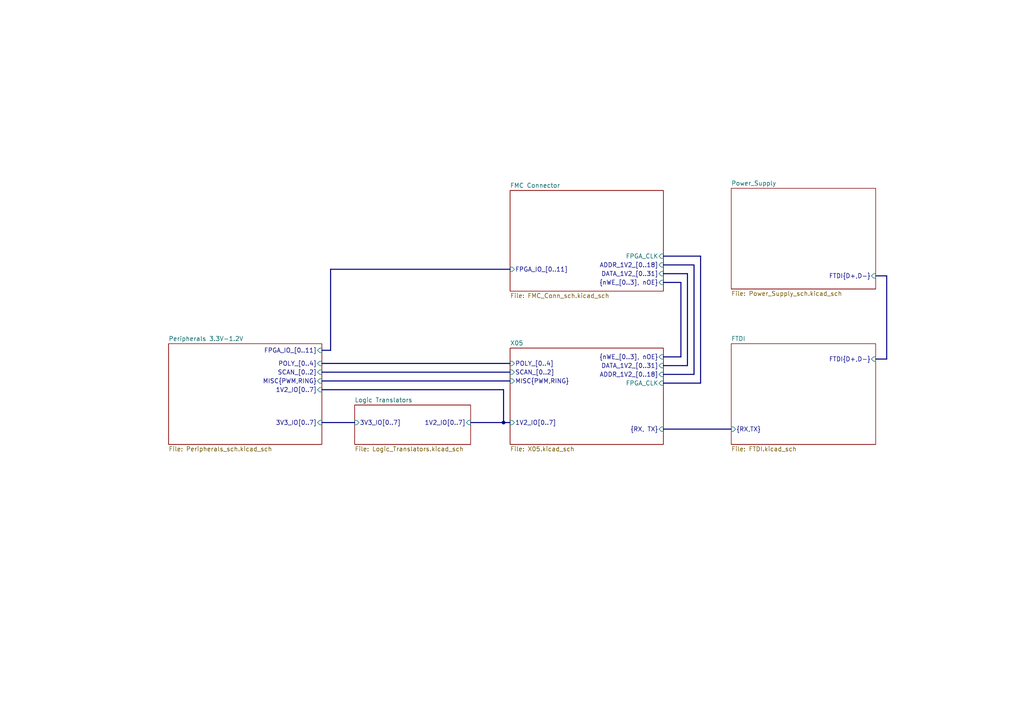
<source format=kicad_sch>
(kicad_sch (version 20211123) (generator eeschema)
  (paper "A4")
  (lib_symbols)
  (junction (at 146.05 122.555))
  (bus (pts (xy 197.485 103.505) (xy 197.485 81.915)))
  (bus (pts (xy 257.175 80.01) (xy 257.175 104.14)))
  (bus (pts (xy 192.405 124.46) (xy 212.09 124.46)))
  (bus (pts (xy 95.885 101.6) (xy 95.885 78.105)))
  (bus (pts (xy 93.345 113.03) (xy 146.05 113.03)))
  (bus (pts (xy 203.2 74.295) (xy 203.2 111.125)))
  (bus (pts (xy 93.345 105.41) (xy 147.955 105.41)))
  (bus (pts (xy 192.405 103.505) (xy 197.485 103.505)))
  (bus (pts (xy 146.05 122.555) (xy 147.955 122.555)))
  (bus (pts (xy 201.295 76.835) (xy 192.405 76.835)))
  (bus (pts (xy 93.345 122.555) (xy 102.87 122.555)))
  (bus (pts (xy 93.345 107.95) (xy 147.955 107.95)))
  (bus (pts (xy 197.485 81.915) (xy 192.405 81.915)))
  (bus (pts (xy 93.345 110.49) (xy 147.955 110.49)))
  (bus (pts (xy 257.175 104.14) (xy 254 104.14)))
  (bus (pts (xy 192.405 79.375) (xy 199.39 79.375)))
  (bus (pts (xy 136.525 122.555) (xy 146.05 122.555)))
  (bus (pts (xy 254 80.01) (xy 257.175 80.01)))
  (bus (pts (xy 93.345 101.6) (xy 95.885 101.6)))
  (bus (pts (xy 192.405 108.585) (xy 201.295 108.585)))
  (bus (pts (xy 199.39 106.045) (xy 192.405 106.045)))
  (bus (pts (xy 201.295 108.585) (xy 201.295 76.835)))
  (bus (pts (xy 199.39 79.375) (xy 199.39 106.045)))
  (bus (pts (xy 95.885 78.105) (xy 147.955 78.105)))
  (bus (pts (xy 203.2 111.125) (xy 192.405 111.125)))
  (bus (pts (xy 146.05 113.03) (xy 146.05 122.555)))
  (bus (pts (xy 192.405 74.295) (xy 203.2 74.295)))
  (sheet (at 48.895 99.695) (size 44.45 29.21) (stroke (width 0.1524))
    (property "Sheet name" "Peripherals 3.3V-1.2V" (at 48.895 98.9834 0) (effects (justify left bottom)))
    (property "Sheet file" "Peripherals_sch.kicad_sch" (at 48.895 129.4896 0) (effects (justify left top)))
    (pin "MISC{PWM,RING}" input (at 93.345 110.49 0))
    (pin "POLY_[0..4]" input (at 93.345 105.41 0))
    (pin "1V2_IO[0..7]" input (at 93.345 113.03 0))
    (pin "SCAN_[0..2]" input (at 93.345 107.95 0))
    (pin "3V3_IO[0..7]" input (at 93.345 122.555 0))
    (pin "FPGA_IO_[0..11]" input (at 93.345 101.6 0))
  )
  (sheet (at 212.09 99.695) (size 41.91 29.21) (stroke (width 0.1524))
    (property "Sheet name" "FTDI" (at 212.09 98.9834 0) (effects (justify left bottom)))
    (property "Sheet file" "FTDI.kicad_sch" (at 212.09 129.4896 0) (effects (justify left top)))
    (pin "FTDI{D+,D-}" input (at 254 104.14 0))
    (pin "{RX,TX}" input (at 212.09 124.46 180))
  )
  (sheet (at 102.87 117.475) (size 33.655 11.43) (stroke (width 0.1524))
    (property "Sheet name" "Logic Translators" (at 102.87 116.7634 0) (effects (justify left bottom)))
    (property "Sheet file" "Logic_Translators.kicad_sch" (at 102.87 129.4896 0) (effects (justify left top)))
    (pin "1V2_IO[0..7]" input (at 136.525 122.555 0))
    (pin "3V3_IO[0..7]" input (at 102.87 122.555 180))
  )
  (sheet (at 212.09 54.61) (size 41.91 29.21) (stroke (width 0.1524))
    (property "Sheet name" "Power_Supply" (at 212.09 53.8984 0) (effects (justify left bottom)))
    (property "Sheet file" "Power_Supply_sch.kicad_sch" (at 212.09 84.4046 0) (effects (justify left top)))
    (pin "FTDI{D+,D-}" input (at 254 80.01 0))
  )
  (sheet (at 147.955 100.965) (size 44.45 27.94) (stroke (width 0.1524))
    (property "Sheet name" "X05" (at 147.955 100.2534 0) (effects (justify left bottom)))
    (property "Sheet file" "X05.kicad_sch" (at 147.955 129.4896 0) (effects (justify left top)))
    (pin "DATA_1V2_[0..31]" input (at 192.405 106.045 0))
    (pin "ADDR_1V2_[0..18]" input (at 192.405 108.585 0))
    (pin "1V2_IO[0..7]" input (at 147.955 122.555 180))
    (pin "POLY_[0..4]" input (at 147.955 105.41 180))
    (pin "MISC{PWM,RING}" input (at 147.955 110.49 180))
    (pin "SCAN_[0..2]" input (at 147.955 107.95 180))
    (pin "FPGA_CLK" input (at 192.405 111.125 0))
    (pin "{nWE_[0..3], nOE}" input (at 192.405 103.505 0))
    (pin "{RX, TX}" input (at 192.405 124.46 0))
  )
  (sheet (at 147.955 55.245) (size 44.45 29.21) (stroke (width 0.1524))
    (property "Sheet name" "FMC Connector" (at 147.955 54.5334 0) (effects (justify left bottom)))
    (property "Sheet file" "FMC_Conn_sch.kicad_sch" (at 147.955 85.0396 0) (effects (justify left top)))
    (pin "DATA_1V2_[0..31]" input (at 192.405 79.375 0))
    (pin "ADDR_1V2_[0..18]" input (at 192.405 76.835 0))
    (pin "FPGA_CLK" input (at 192.405 74.295 0))
    (pin "{nWE_[0..3], nOE}" input (at 192.405 81.915 0))
    (pin "FPGA_IO_[0..11]" input (at 147.955 78.105 180))
  )
)
</source>
